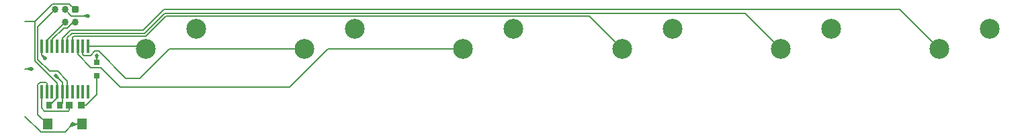
<source format=gtl>
%TF.GenerationSoftware,KiCad,Pcbnew,9.0.0*%
%TF.CreationDate,2025-02-27T17:04:54+00:00*%
%TF.ProjectId,vm_keycap_button_row_0.1,766d5f6b-6579-4636-9170-5f627574746f,v0.1*%
%TF.SameCoordinates,PX8a48640PY47868c0*%
%TF.FileFunction,Copper,L1,Top*%
%TF.FilePolarity,Positive*%
%FSLAX46Y46*%
G04 Gerber Fmt 4.6, Leading zero omitted, Abs format (unit mm)*
G04 Created by KiCad (PCBNEW 9.0.0) date 2025-02-27 17:04:54*
%MOMM*%
%LPD*%
G01*
G04 APERTURE LIST*
G04 Aperture macros list*
%AMRoundRect*
0 Rectangle with rounded corners*
0 $1 Rounding radius*
0 $2 $3 $4 $5 $6 $7 $8 $9 X,Y pos of 4 corners*
0 Add a 4 corners polygon primitive as box body*
4,1,4,$2,$3,$4,$5,$6,$7,$8,$9,$2,$3,0*
0 Add four circle primitives for the rounded corners*
1,1,$1+$1,$2,$3*
1,1,$1+$1,$4,$5*
1,1,$1+$1,$6,$7*
1,1,$1+$1,$8,$9*
0 Add four rect primitives between the rounded corners*
20,1,$1+$1,$2,$3,$4,$5,0*
20,1,$1+$1,$4,$5,$6,$7,0*
20,1,$1+$1,$6,$7,$8,$9,0*
20,1,$1+$1,$8,$9,$2,$3,0*%
G04 Aperture macros list end*
%TA.AperFunction,ComponentPad*%
%ADD10C,2.500000*%
%TD*%
%TA.AperFunction,ComponentPad*%
%ADD11RoundRect,0.172720X-0.259080X-0.259080X0.259080X-0.259080X0.259080X0.259080X-0.259080X0.259080X0*%
%TD*%
%TA.AperFunction,ComponentPad*%
%ADD12C,0.863600*%
%TD*%
%TA.AperFunction,SMDPad,CuDef*%
%ADD13R,0.800000X0.800000*%
%TD*%
%TA.AperFunction,SMDPad,CuDef*%
%ADD14C,0.100000*%
%TD*%
%TA.AperFunction,SMDPad,CuDef*%
%ADD15R,1.230000X1.360000*%
%TD*%
%TA.AperFunction,SMDPad,CuDef*%
%ADD16O,0.360000X1.740000*%
%TD*%
%TA.AperFunction,SMDPad,CuDef*%
%ADD17R,0.800000X0.900000*%
%TD*%
%TA.AperFunction,SMDPad,CuDef*%
%ADD18R,0.810000X0.860000*%
%TD*%
%TA.AperFunction,ViaPad*%
%ADD19C,0.500000*%
%TD*%
%TA.AperFunction,Conductor*%
%ADD20C,0.200000*%
%TD*%
G04 APERTURE END LIST*
D10*
%TO.P,SW7,2,2*%
%TO.N,GND*%
X57540000Y5080000D03*
%TO.P,SW7,1,1*%
%TO.N,/BUTTON_6*%
X51190000Y2540000D03*
%TD*%
%TO.P,SW5,2,2*%
%TO.N,GND*%
X17540000Y5080000D03*
%TO.P,SW5,1,1*%
%TO.N,/BUTTON_4*%
X11190000Y2540000D03*
%TD*%
%TO.P,SW2,2,2*%
%TO.N,GND*%
X-42460000Y5080000D03*
%TO.P,SW2,1,1*%
%TO.N,/BUTTON_1*%
X-48810000Y2540000D03*
%TD*%
%TO.P,SW6,1,1*%
%TO.N,/BUTTON_5*%
X31190000Y2540000D03*
%TO.P,SW6,2,2*%
%TO.N,GND*%
X37540000Y5080000D03*
%TD*%
%TO.P,SW4,2,2*%
%TO.N,GND*%
X-2460000Y5080000D03*
%TO.P,SW4,1,1*%
%TO.N,/BUTTON_3*%
X-8810000Y2540000D03*
%TD*%
%TO.P,SW3,2,2*%
%TO.N,GND*%
X-22460000Y5080000D03*
%TO.P,SW3,1,1*%
%TO.N,/BUTTON_2*%
X-28810000Y2540000D03*
%TD*%
D11*
%TO.P,J1,1,Vcc*%
%TO.N,+3V3*%
X-57730000Y7474800D03*
D12*
%TO.P,J1,2,SWDIO*%
%TO.N,/SWDIO*%
X-57730000Y5900000D03*
%TO.P,J1,3,GND*%
%TO.N,GND*%
X-59000000Y7474800D03*
%TO.P,J1,4,SWDCLK*%
%TO.N,/SWCLK*%
X-59000000Y5900000D03*
%TO.P,J1,5,~{RESET}*%
%TO.N,/nRESET*%
X-60270000Y7474800D03*
%TD*%
D13*
%TO.P,D1,1*%
%TO.N,Net-(D1-Pad1)*%
X-55000000Y-850000D03*
%TO.P,D1,2*%
%TO.N,GND*%
X-55000000Y850000D03*
%TD*%
D14*
%TO.P,GS2,1,GND*%
%TO.N,GND*%
X-64000000Y-6000000D03*
%TD*%
D15*
%TO.P,SW1,1,1*%
%TO.N,GND*%
X-56820000Y-7000000D03*
%TO.P,SW1,2,2*%
%TO.N,/nFLASH*%
X-61180000Y-7000000D03*
%TD*%
D14*
%TO.P,GS1,1,JD_PWR*%
%TO.N,+3V3*%
X-64000000Y6000000D03*
%TD*%
D16*
%TO.P,U1,1,PB7/PB8*%
%TO.N,/JD_STATUS*%
X-61930000Y-2870000D03*
%TO.P,U1,2,PB9/PC14-OSC32_IN*%
%TO.N,/nFLASH*%
X-61280000Y-2870000D03*
%TO.P,U1,3,PC15-OSC32_OUT*%
%TO.N,unconnected-(U1-PC15-OSC32_OUT-Pad3)*%
X-60630000Y-2870000D03*
%TO.P,U1,4,VDD/VDDA*%
%TO.N,+3V3*%
X-59980000Y-2870000D03*
%TO.P,U1,5,VSS/VSSA*%
%TO.N,GND*%
X-59320000Y-2870000D03*
%TO.P,U1,6,NRST*%
%TO.N,/nRESET*%
X-58670000Y-2870000D03*
%TO.P,U1,7,PA0*%
%TO.N,unconnected-(U1-PA0-Pad7)*%
X-58020000Y-2870000D03*
%TO.P,U1,8,PA1*%
%TO.N,unconnected-(U1-PA1-Pad8)*%
X-57370000Y-2870000D03*
%TO.P,U1,9,PA2*%
%TO.N,unconnected-(U1-PA2-Pad9)*%
X-56720000Y-2870000D03*
%TO.P,U1,10,PA3*%
%TO.N,unconnected-(U1-PA3-Pad10)*%
X-56070000Y-2870000D03*
%TO.P,U1,11,PA4*%
%TO.N,/BUTTON_1*%
X-56070000Y2870000D03*
%TO.P,U1,12,PA5*%
%TO.N,/BUTTON_2*%
X-56720000Y2870000D03*
%TO.P,U1,13,PA6*%
%TO.N,/BUTTON_3*%
X-57370000Y2870000D03*
%TO.P,U1,14,PA7*%
%TO.N,/BUTTON_4*%
X-58020000Y2870000D03*
%TO.P,U1,15,PB0/PB1/PB2/PA8*%
%TO.N,/BUTTON_5*%
X-58670000Y2870000D03*
%TO.P,U1,16,PA11[PA9]*%
%TO.N,/BUTTON_6*%
X-59320000Y2870000D03*
%TO.P,U1,17,PA12[PA10]*%
%TO.N,unconnected-(U1-PA12[PA10]-Pad17)*%
X-59980000Y2870000D03*
%TO.P,U1,18,PA13*%
%TO.N,/SWDIO*%
X-60630000Y2870000D03*
%TO.P,U1,19,PA15/PA14-BOOT0*%
%TO.N,/SWCLK*%
X-61280000Y2870000D03*
%TO.P,U1,20,PB3/PB4/PB5/PB6*%
%TO.N,/JD_DATA*%
X-61930000Y2870000D03*
%TD*%
D14*
%TO.P,GS3,1,JD_DATA*%
%TO.N,/JD_DATA*%
X-64000000Y0D03*
%TD*%
D17*
%TO.P,C1,1*%
%TO.N,+3V3*%
X-61000000Y-4600000D03*
%TO.P,C1,2*%
%TO.N,GND*%
X-59600000Y-4600000D03*
%TD*%
D18*
%TO.P,R1,1*%
%TO.N,/JD_STATUS*%
X-58450000Y-4600000D03*
%TO.P,R1,2*%
%TO.N,Net-(D1-Pad1)*%
X-56950000Y-4600000D03*
%TD*%
D19*
%TO.N,/JD_DATA*%
X-63200000Y0D03*
X-61500000Y1300000D03*
%TO.N,GND*%
X-58000000Y-7000000D03*
X-60151092Y-851091D03*
X-54995591Y1695591D03*
X-56100000Y6700000D03*
%TD*%
D20*
%TO.N,/SWDIO*%
X-59132800Y5167200D02*
X-58696464Y5167200D01*
X-58696464Y5167200D02*
X-57963664Y5900000D01*
X-57963664Y5900000D02*
X-57730000Y5900000D01*
%TO.N,/BUTTON_6*%
X51190000Y2540000D02*
X46230000Y7500000D01*
X46230000Y7500000D02*
X-46525200Y7500000D01*
X-46525200Y7500000D02*
X-49132200Y4893000D01*
X-58307000Y4893000D02*
X-59320000Y3880000D01*
X-49132200Y4893000D02*
X-58307000Y4893000D01*
X-59320000Y3880000D02*
X-59320000Y2870000D01*
%TO.N,/BUTTON_4*%
X-57869000Y4091000D02*
X-58020000Y3940000D01*
X-58020000Y3940000D02*
X-58020000Y2870000D01*
%TO.N,/BUTTON_5*%
X-58118000Y4492000D02*
X-58670000Y3940000D01*
X-58670000Y3940000D02*
X-58670000Y2870000D01*
%TO.N,/SWDIO*%
X-59132800Y5167200D02*
X-60630000Y3670000D01*
X-60630000Y3670000D02*
X-60630000Y2870000D01*
%TO.N,/BUTTON_4*%
X11190000Y2540000D02*
X7099000Y6631000D01*
X7099000Y6631000D02*
X-46260000Y6631000D01*
X-46260000Y6631000D02*
X-48800000Y4091000D01*
X-48800000Y4091000D02*
X-57869000Y4091000D01*
%TO.N,/BUTTON_3*%
X-8810000Y2540000D02*
X-25876885Y2540000D01*
X-25876885Y2540000D02*
X-30717885Y-2301000D01*
X-30717885Y-2301000D02*
X-51999000Y-2301000D01*
X-51999000Y-2301000D02*
X-54449000Y149000D01*
X-57370000Y1818000D02*
X-57370000Y2870000D01*
X-54449000Y149000D02*
X-55701000Y149000D01*
X-55701000Y149000D02*
X-57370000Y1818000D01*
%TO.N,/BUTTON_2*%
X-28810000Y2540000D02*
X-45876885Y2540000D01*
X-55771414Y1699000D02*
X-56599000Y1699000D01*
X-56599000Y1699000D02*
X-56720000Y1820000D01*
X-45876885Y2540000D02*
X-49592885Y-1176000D01*
X-51344768Y-1176000D02*
X-54767359Y2246591D01*
X-49592885Y-1176000D02*
X-51344768Y-1176000D01*
X-54767359Y2246591D02*
X-55223823Y2246591D01*
X-55223823Y2246591D02*
X-55771414Y1699000D01*
X-56720000Y1820000D02*
X-56720000Y2870000D01*
%TO.N,/BUTTON_1*%
X-48810000Y2540000D02*
X-49140000Y2870000D01*
X-49140000Y2870000D02*
X-56070000Y2870000D01*
%TO.N,/JD_DATA*%
X-61930000Y2870000D02*
X-61930000Y1730000D01*
X-63200000Y0D02*
X-64000000Y0D01*
X-61930000Y1730000D02*
X-61500000Y1300000D01*
%TO.N,/nRESET*%
X-60270000Y7474800D02*
X-62411000Y5333800D01*
X-62411000Y5333800D02*
X-62411000Y1198099D01*
X-59922860Y-300091D02*
X-58670000Y-1552951D01*
X-60912810Y-300091D02*
X-59922860Y-300091D01*
X-62411000Y1198099D02*
X-60912810Y-300091D01*
X-58670000Y-1552951D02*
X-58670000Y-2870000D01*
%TO.N,GND*%
X-58000000Y-7000000D02*
X-58981000Y-7981000D01*
X-56820000Y-7000000D02*
X-58000000Y-7000000D01*
X-59320000Y-1682183D02*
X-60151092Y-851091D01*
X-59320000Y-2870000D02*
X-59320000Y-1682183D01*
X-55000000Y1691182D02*
X-54995591Y1695591D01*
X-55000000Y850000D02*
X-55000000Y1691182D01*
X-58225200Y6700000D02*
X-56100000Y6700000D01*
X-62019000Y-7981000D02*
X-64000000Y-6000000D01*
X-59000000Y7474800D02*
X-58225200Y6700000D01*
X-59600000Y-4600000D02*
X-59320000Y-4320000D01*
X-59320000Y-4320000D02*
X-59320000Y-2870000D01*
X-58981000Y-7981000D02*
X-62019000Y-7981000D01*
%TO.N,+3V3*%
X-60573536Y8207600D02*
X-62812000Y5969136D01*
X-57730000Y7474800D02*
X-58462800Y8207600D01*
X-58462800Y8207600D02*
X-60573536Y8207600D01*
X-62842864Y6000000D02*
X-64000000Y6000000D01*
X-60900000Y-4600000D02*
X-59980000Y-3680000D01*
X-59980000Y-1800001D02*
X-59980000Y-2870000D01*
X-62812000Y5969136D02*
X-62842864Y6000000D01*
X-62812000Y1031999D02*
X-59980000Y-1800001D01*
X-62812000Y5969136D02*
X-62812000Y1031999D01*
X-59980000Y-3680000D02*
X-59980000Y-2870000D01*
X-61000000Y-4600000D02*
X-60900000Y-4600000D01*
%TO.N,Net-(D1-Pad1)*%
X-55000000Y-3255000D02*
X-55000000Y-850000D01*
X-56950000Y-4600000D02*
X-56345000Y-4600000D01*
X-56345000Y-4600000D02*
X-55000000Y-3255000D01*
%TO.N,/SWCLK*%
X-61280000Y3620000D02*
X-61280000Y2870000D01*
X-59000000Y5900000D02*
X-61280000Y3620000D01*
%TO.N,/JD_STATUS*%
X-58450000Y-5230000D02*
X-58571000Y-5351000D01*
X-61548000Y-5351000D02*
X-61930000Y-4969000D01*
X-61930000Y-4969000D02*
X-61930000Y-2870000D01*
X-58450000Y-4600000D02*
X-58450000Y-5230000D01*
X-58571000Y-5351000D02*
X-61548000Y-5351000D01*
%TO.N,/nFLASH*%
X-61381000Y-1699000D02*
X-62129237Y-1699000D01*
X-61280000Y-2870000D02*
X-61280000Y-1800000D01*
X-61280000Y-1800000D02*
X-61381000Y-1699000D01*
X-62129237Y-1699000D02*
X-62411000Y-1980763D01*
X-62411000Y-5769000D02*
X-61180000Y-7000000D01*
X-62411000Y-1980763D02*
X-62411000Y-5769000D01*
%TO.N,/BUTTON_5*%
X31190000Y2540000D02*
X26698000Y7032000D01*
X26698000Y7032000D02*
X-46426100Y7032000D01*
X-46426100Y7032000D02*
X-48966100Y4492000D01*
X-48966100Y4492000D02*
X-58118000Y4492000D01*
%TD*%
%TA.AperFunction,Conductor*%
%TO.N,/JD_DATA*%
G36*
X-63252321Y240439D02*
G01*
X-63246504Y233632D01*
X-63246164Y232341D01*
X-63199473Y2328D01*
X-63199473Y-2328D01*
X-63246164Y-232340D01*
X-63251168Y-239766D01*
X-63259958Y-241478D01*
X-63261249Y-241138D01*
X-63687115Y-102628D01*
X-63693922Y-96811D01*
X-63695196Y-91502D01*
X-63695196Y91503D01*
X-63691769Y99776D01*
X-63687118Y102628D01*
X-63261248Y241139D01*
X-63252321Y240439D01*
G37*
%TD.AperFunction*%
%TD*%
%TA.AperFunction,Conductor*%
%TO.N,/JD_DATA*%
G36*
X-61771877Y1717013D02*
G01*
X-61372798Y1513820D01*
X-61366981Y1507013D01*
X-61367681Y1498085D01*
X-61368353Y1496932D01*
X-61497982Y1301274D01*
X-61501274Y1297982D01*
X-61696932Y1168353D01*
X-61705721Y1166641D01*
X-61713148Y1171645D01*
X-61713820Y1172798D01*
X-61777558Y1297982D01*
X-61917013Y1571875D01*
X-61917712Y1580801D01*
X-61914861Y1585453D01*
X-61785454Y1714860D01*
X-61777182Y1718286D01*
X-61771877Y1717013D01*
G37*
%TD.AperFunction*%
%TD*%
%TA.AperFunction,Conductor*%
%TO.N,GND*%
G36*
X-58198085Y-6867680D02*
G01*
X-58196932Y-6868352D01*
X-58001274Y-6997981D01*
X-57997982Y-7001273D01*
X-57868353Y-7196931D01*
X-57866641Y-7205720D01*
X-57871645Y-7213147D01*
X-57872798Y-7213819D01*
X-58271873Y-7417011D01*
X-58280801Y-7417711D01*
X-58285455Y-7414858D01*
X-58414859Y-7285454D01*
X-58418286Y-7277181D01*
X-58417014Y-7271877D01*
X-58213819Y-6872795D01*
X-58207013Y-6866980D01*
X-58198085Y-6867680D01*
G37*
%TD.AperFunction*%
%TD*%
%TA.AperFunction,Conductor*%
%TO.N,GND*%
G36*
X-57938759Y-6758859D02*
G01*
X-57512884Y-6897372D01*
X-57506078Y-6903188D01*
X-57504804Y-6908497D01*
X-57504804Y-7091502D01*
X-57508231Y-7099775D01*
X-57512885Y-7102628D01*
X-57938752Y-7241138D01*
X-57947680Y-7240438D01*
X-57953497Y-7233631D01*
X-57953837Y-7232340D01*
X-58000528Y-7002325D01*
X-58000528Y-6997674D01*
X-57953837Y-6767657D01*
X-57948833Y-6760233D01*
X-57940043Y-6758521D01*
X-57938759Y-6758859D01*
G37*
%TD.AperFunction*%
%TD*%
%TA.AperFunction,Conductor*%
%TO.N,GND*%
G36*
X-59937945Y-722735D02*
G01*
X-59937273Y-723888D01*
X-59871859Y-852364D01*
X-59734081Y-1122963D01*
X-59733381Y-1131891D01*
X-59736234Y-1136545D01*
X-59865638Y-1265949D01*
X-59873911Y-1269376D01*
X-59879219Y-1268102D01*
X-60278295Y-1064910D01*
X-60284112Y-1058103D01*
X-60283412Y-1049175D01*
X-60282740Y-1048022D01*
X-60153111Y-852364D01*
X-60149819Y-849072D01*
X-59960870Y-723888D01*
X-59954161Y-719442D01*
X-59945372Y-717731D01*
X-59937945Y-722735D01*
G37*
%TD.AperFunction*%
%TD*%
%TA.AperFunction,Conductor*%
%TO.N,GND*%
G36*
X-54763367Y1649452D02*
G01*
X-54755942Y1644448D01*
X-54754230Y1635658D01*
X-54754602Y1634268D01*
X-54897325Y1208377D01*
X-54903203Y1201622D01*
X-54908419Y1200395D01*
X-55091422Y1200395D01*
X-55099695Y1203822D01*
X-55102580Y1208576D01*
X-55236877Y1634420D01*
X-55236097Y1643341D01*
X-55229238Y1649097D01*
X-55228063Y1649401D01*
X-54997916Y1696119D01*
X-54993266Y1696119D01*
X-54763367Y1649452D01*
G37*
%TD.AperFunction*%
%TD*%
%TA.AperFunction,Conductor*%
%TO.N,GND*%
G36*
X-56152321Y6940439D02*
G01*
X-56146504Y6933632D01*
X-56146164Y6932341D01*
X-56099473Y6702328D01*
X-56099473Y6697672D01*
X-56146164Y6467660D01*
X-56151168Y6460234D01*
X-56159958Y6458522D01*
X-56161249Y6458862D01*
X-56587115Y6597372D01*
X-56593922Y6603189D01*
X-56595196Y6608498D01*
X-56595196Y6791503D01*
X-56591769Y6799776D01*
X-56587118Y6802628D01*
X-56161248Y6941139D01*
X-56152321Y6940439D01*
G37*
%TD.AperFunction*%
%TD*%
M02*

</source>
